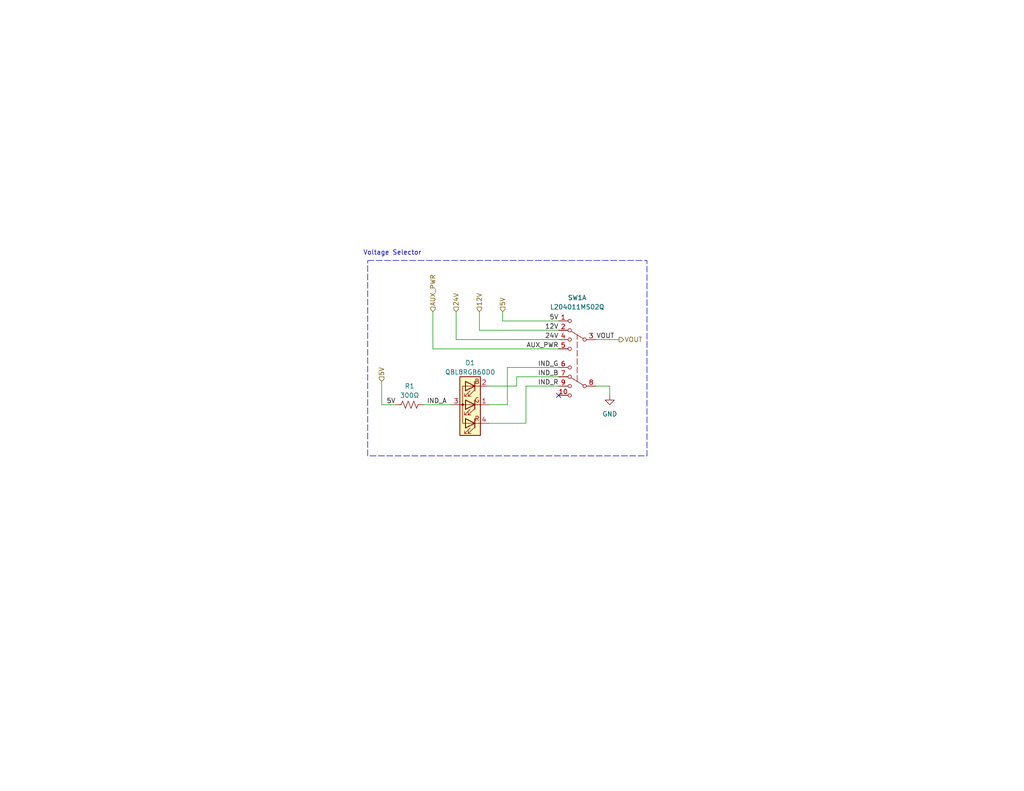
<source format=kicad_sch>
(kicad_sch (version 20230121) (generator eeschema)
  (paper "USLetter")
  (title_block (title "Voltage Selector") (date "2023-03-28") (rev "1") (company "Missouri S&T Rocket Design Team") (comment 1 "Seth Sievers"))
  (lib_symbols
    (symbol "Device:LED_GBAR" (pin_names (offset 0) hide)
      (property "Reference" "D" (at 0 9.398 0))
      (property "Value" "LED_GBAR" (at 0 -8.89 0))
      (symbol "LED_GBAR_0_0"
        (text "B" (at -1.905 -6.35 0) (effects (font (size 1.27 1.27))))
        (text "G" (at -1.905 -1.27 0) (effects (font (size 1.27 1.27))))
        (text "R" (at -1.905 3.81 0) (effects (font (size 1.27 1.27))))
      )
      (symbol "LED_GBAR_0_1"
        (polyline (pts (xy -1.27 -5.08) (xy -2.54 -5.08)))
        (polyline (pts (xy -1.27 -5.08) (xy 1.27 -5.08)))
        (polyline (pts (xy -1.27 -3.81) (xy -1.27 -6.35)) (stroke (width 0.254)))
        (polyline (pts (xy -1.27 0) (xy -2.54 0)))
        (polyline (pts (xy -1.27 1.27) (xy -1.27 -1.27)) (stroke (width 0.254)))
        (polyline (pts (xy -1.27 5.08) (xy -2.54 5.08)))
        (polyline (pts (xy -1.27 5.08) (xy 1.27 5.08)))
        (polyline (pts (xy -1.27 6.35) (xy -1.27 3.81)) (stroke (width 0.254)))
        (polyline (pts (xy 1.27 0) (xy -1.27 0)))
        (polyline (pts (xy 1.27 0) (xy 2.54 0)))
        (polyline (pts (xy -1.27 1.27) (xy -1.27 -1.27) (xy -1.27 -1.27)))
        (polyline (pts (xy -1.27 6.35) (xy -1.27 3.81) (xy -1.27 3.81)))
        (polyline (pts (xy 1.27 -5.08) (xy 2.032 -5.08) (xy 2.032 5.08) (xy 1.27 5.08)))
        (polyline (pts (xy 1.27 -3.81) (xy 1.27 -6.35) (xy -1.27 -5.08) (xy 1.27 -3.81)) (stroke (width 0.254)))
        (polyline (pts (xy 1.27 1.27) (xy 1.27 -1.27) (xy -1.27 0) (xy 1.27 1.27)) (stroke (width 0.254)))
        (polyline (pts (xy 1.27 6.35) (xy 1.27 3.81) (xy -1.27 5.08) (xy 1.27 6.35)) (stroke (width 0.254)))
        (polyline (pts (xy -1.016 -3.81) (xy 0.508 -2.286) (xy -0.254 -2.286) (xy 0.508 -2.286) (xy 0.508 -3.048)))
        (polyline (pts (xy -1.016 1.27) (xy 0.508 2.794) (xy -0.254 2.794) (xy 0.508 2.794) (xy 0.508 2.032)))
        (polyline (pts (xy -1.016 6.35) (xy 0.508 7.874) (xy -0.254 7.874) (xy 0.508 7.874) (xy 0.508 7.112)))
        (polyline (pts (xy 0 -3.81) (xy 1.524 -2.286) (xy 0.762 -2.286) (xy 1.524 -2.286) (xy 1.524 -3.048)))
        (polyline (pts (xy 0 1.27) (xy 1.524 2.794) (xy 0.762 2.794) (xy 1.524 2.794) (xy 1.524 2.032)))
        (polyline (pts (xy 0 6.35) (xy 1.524 7.874) (xy 0.762 7.874) (xy 1.524 7.874) (xy 1.524 7.112)))
        (rectangle (start 1.27 -1.27) (end 1.27 1.27))
        (rectangle (start 1.27 1.27) (end 1.27 1.27))
        (rectangle (start 1.27 3.81) (end 1.27 6.35))
        (rectangle (start 1.27 6.35) (end 1.27 6.35))
        (circle (center 2.032 0) (radius 0.254) (fill (type outline)))
        (rectangle (start 2.794 8.382) (end -2.794 -7.62) (stroke (width 0.254)) (fill (type background)))
      )
      (symbol "LED_GBAR_1_1"
        (pin passive line (at -5.08 0 0) (length 2.54) (name "GK") (number "1"))
        (pin passive line (at -5.08 -5.08 0) (length 2.54) (name "BK") (number "2"))
        (pin passive line (at 5.08 0 180) (length 2.54) (name "A") (number "3"))
        (pin passive line (at -5.08 5.08 0) (length 2.54) (name "RK") (number "4"))
      )
    )
    (symbol "Device:R_US" (pin_numbers hide) (pin_names (offset 0))
      (property "Reference" "R" (at 2.54 0 90))
      (property "Value" "R_US" (at -2.54 0 90))
      (symbol "R_US_0_1"
        (polyline (pts (xy 0 -2.286) (xy 0 -2.54)))
        (polyline (pts (xy 0 2.286) (xy 0 2.54)))
        (polyline (pts (xy 0 -0.762) (xy 1.016 -1.143) (xy 0 -1.524) (xy -1.016 -1.905) (xy 0 -2.286)))
        (polyline (pts (xy 0 0.762) (xy 1.016 0.381) (xy 0 0) (xy -1.016 -0.381) (xy 0 -0.762)))
        (polyline (pts (xy 0 2.286) (xy 1.016 1.905) (xy 0 1.524) (xy -1.016 1.143) (xy 0 0.762)))
      )
      (symbol "R_US_1_1"
        (pin passive line (at 0 3.81 270) (length 1.27) (name "~") (number "1"))
        (pin passive line (at 0 -3.81 90) (length 1.27) (name "~") (number "2"))
      )
    )
    (symbol "L204011MS02Q:L204011MS02Q" (pin_names (offset 0) hide)
      (property "Reference" "SW1" (at 0 11.43 0))
      (property "Value" "L204011MS02Q" (at 0 8.89 0))
      (symbol "L204011MS02Q_0_1"
        (circle (center -2.032 -12.7) (radius 0.4572))
        (circle (center -2.032 0) (radius 0.4572))
        (polyline (pts (xy -1.651 -12.446) (xy 1.651 -10.414)))
        (polyline (pts (xy -1.651 0.254) (xy 1.651 2.286)))
        (polyline (pts (xy 0 -11.43) (xy 0 1.27)) (stroke (width 0) (type dash)))
        (circle (center 2.032 -15.24) (radius 0.4572))
        (circle (center 2.032 -12.7) (radius 0.4572))
        (circle (center 2.032 -10.16) (radius 0.4572))
        (circle (center 2.032 -7.62) (radius 0.4572))
        (circle (center 2.032 -2.54) (radius 0.4572))
        (circle (center 2.032 0) (radius 0.4572))
        (circle (center 2.032 2.54) (radius 0.4572))
        (circle (center 2.032 5.08) (radius 0.4572))
      )
      (symbol "L204011MS02Q_1_1"
        (pin passive line (at 5.08 5.08 180) (length 2.54) (name "1") (number "1"))
        (pin passive line (at 5.08 -15.24 180) (length 2.54) (name "10") (number "10"))
        (pin passive line (at 5.08 2.54 180) (length 2.54) (name "2") (number "2"))
        (pin passive line (at -5.08 0 0) (length 2.54) (name "3") (number "3"))
        (pin passive line (at 5.08 0 180) (length 2.54) (name "4") (number "4"))
        (pin passive line (at 5.08 -2.54 180) (length 2.54) (name "5") (number "5"))
        (pin passive line (at 5.08 -7.62 180) (length 2.54) (name "6") (number "6"))
        (pin passive line (at 5.08 -10.16 180) (length 2.54) (name "7") (number "7"))
        (pin passive line (at -5.08 -12.7 0) (length 2.54) (name "8") (number "8"))
        (pin passive line (at 5.08 -12.7 180) (length 2.54) (name "9") (number "9"))
      )
      (symbol "L204011MS02Q_2_1"
        (pin passive line (at 5.08 2.54 180) (length 2.54) (name "5") (number "5"))
        (pin passive line (at 5.08 0 180) (length 2.54) (name "6") (number "6"))
        (pin passive line (at -5.08 0 0) (length 2.54) (name "7") (number "7"))
        (pin passive line (at 5.08 -2.54 180) (length 2.54) (name "8") (number "8"))
      )
    )
    (symbol "power:GND" (power) (pin_names (offset 0))
      (property "Value" "GND" (at 0 -3.81 0))
      (symbol "GND_0_1"
        (polyline (pts (xy 0 0) (xy 0 -1.27) (xy 1.27 -1.27) (xy 0 -2.54) (xy -1.27 -1.27) (xy 0 -1.27)))
      )
      (symbol "GND_1_1"
        (pin power_in line (at 0 0 270) (length 0) hide (name "GND") (number "1"))
      )
    )
  )
  (no_connect (at 152.4 107.95))
  (wire (pts (xy 162.56 105.41) (xy 166.37 105.41)))
  (wire (pts (xy 118.11 95.25) (xy 152.4 95.25)))
  (wire (pts (xy 124.46 92.71) (xy 152.4 92.71)))
  (wire (pts (xy 104.14 110.49) (xy 107.95 110.49)))
  (wire (pts (xy 138.43 110.49) (xy 138.43 100.33)))
  (wire (pts (xy 133.35 105.41) (xy 140.97 105.41)))
  (wire (pts (xy 133.35 110.49) (xy 138.43 110.49)))
  (wire (pts (xy 138.43 100.33) (xy 152.4 100.33)))
  (wire (pts (xy 130.81 90.17) (xy 130.81 85.09)))
  (wire (pts (xy 137.16 87.63) (xy 152.4 87.63)))
  (wire (pts (xy 162.56 92.71) (xy 168.91 92.71)))
  (wire (pts (xy 143.51 115.57) (xy 143.51 105.41)))
  (wire (pts (xy 140.97 105.41) (xy 140.97 102.87)))
  (wire (pts (xy 137.16 85.09) (xy 137.16 87.63)))
  (wire (pts (xy 104.14 104.14) (xy 104.14 110.49)))
  (wire (pts (xy 166.37 105.41) (xy 166.37 107.95)))
  (wire (pts (xy 143.51 105.41) (xy 152.4 105.41)))
  (wire (pts (xy 133.35 115.57) (xy 143.51 115.57)))
  (wire (pts (xy 115.57 110.49) (xy 123.19 110.49)))
  (wire (pts (xy 130.81 90.17) (xy 152.4 90.17)))
  (wire (pts (xy 124.46 92.71) (xy 124.46 85.09)))
  (wire (pts (xy 118.11 95.25) (xy 118.11 85.09)))
  (wire (pts (xy 140.97 102.87) (xy 152.4 102.87)))
  (rectangle (start 100.33 71.12) (end 176.53 124.46) (stroke (width 0) (type dash)))
  (text "Voltage Selector" (at 99.06 69.85 0) (effects (font (size 1.27 1.27)) (justify left bottom)))
  (label "5V" (at 107.95 110.49 180))
  (label "5V" (at 152.4 87.63 180))
  (label "12V" (at 152.4 90.17 180))
  (label "IND_A" (at 121.92 110.49 180))
  (label "VOUT" (at 167.64 92.71 180))
  (label "IND_B" (at 152.4 102.87 180))
  (label "24V" (at 152.4 92.71 180))
  (label "IND_R" (at 152.4 105.41 180))
  (label "AUX_PWR" (at 152.4 95.25 180))
  (label "IND_G" (at 152.4 100.33 180))
  (hierarchical_label "5V" (shape input) (at 104.14 104.14 90))
  (hierarchical_label "VOUT" (shape output) (at 168.91 92.71 0))
  (hierarchical_label "AUX_PWR" (shape input) (at 118.11 85.09 90))
  (hierarchical_label "12V" (shape input) (at 130.81 85.09 90))
  (hierarchical_label "24V" (shape input) (at 124.46 85.09 90))
  (hierarchical_label "5V" (shape input) (at 137.16 85.09 90))
  (symbol (lib_id "Device:R_US") (at 111.76 110.49 90) (unit 1)
    (property "Reference" "R1" (at 111.76 105.41 90))
    (property "Value" "300Ω" (at 111.76 107.95 90))
    (property "Footprint" "Resistor_SMD:R_0603_1608Metric" (effects hide))
  )
  (symbol (lib_id "power:GND") (at 166.37 107.95 0) (unit 1)
    (property "Reference" "#PWR05" (effects hide))
    (property "Value" "GND" (at 166.37 113.03 0))
  )
  (symbol (lib_id "Device:LED_GBAR") (at 128.27 110.49 180) (unit 1)
    (property "Reference" "D1" (at 128.27 99.06 0))
    (property "Value" "QBL8RGB60D0" (at 128.27 101.6 0))
    (property "Footprint" "LED_THT:LED_D5.0mm-4_RGB" (effects hide))
    (property "Datasheet" "https://www.qt-brightek.com/datasheet/QBL8RGB60D0-2897.pdf" (effects hide))
    (property "Digikey" "https://www.digikey.com/en/products/detail/qt-brightek-qtb/QBL8RGB60D0-2897/10441184" (effects hide))
  )
  (symbol (lib_id "L204011MS02Q:L204011MS02Q") (at 157.48 92.71 0) (mirror y) (unit 1)
    (property "Reference" "SW1" (at 157.48 81.28 0))
    (property "Value" "L204011MS02Q" (at 157.48 83.82 0))
    (property "Datasheet" "https://www.ckswitches.com/media/1423/l.pdf" (effects hide))
    (property "Digikey" "https://www.digikey.com/en/products/detail/c-k/L204011MS02Q/3753644" (effects hide))
  )
)
</source>
